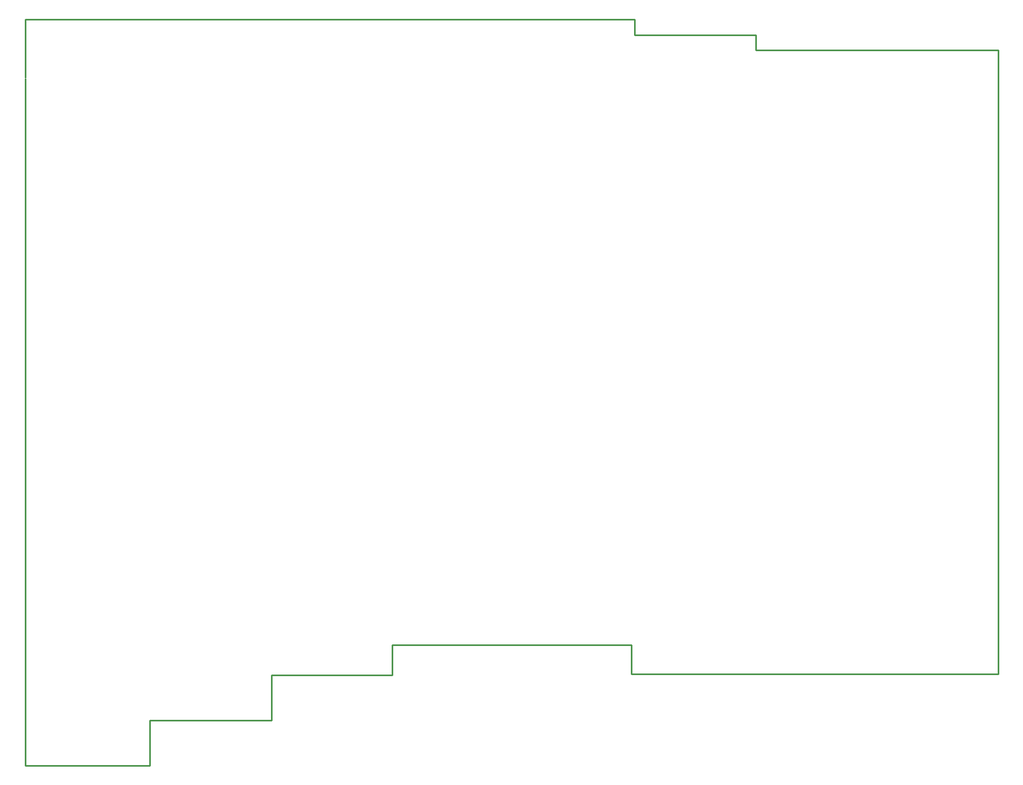
<source format=gko>
G04 Layer: BoardOutline*
G04 EasyEDA v6.4.20.2, 2021-06-30T10:48:07+02:00*
G04 d10c3ea4707d49af85f46b29c2d7dc23,563db0ff5b334ec4995e7372edb549dc,10*
G04 Gerber Generator version 0.2*
G04 Scale: 100 percent, Rotated: No, Reflected: No *
G04 Dimensions in millimeters *
G04 leading zeros omitted , absolute positions ,4 integer and 5 decimal *
%FSLAX45Y45*%
%MOMM*%

%ADD10C,0.2540*%
D10*
X190500Y5219700D02*
G01*
X190500Y5219700D01*
X215645Y5219700D01*
X215645Y5219700D01*
X2146300Y5219700D01*
X2146300Y5930900D01*
X4064000Y5930900D01*
X4064000Y6642100D01*
X5956300Y6642100D01*
X5956300Y7112000D01*
X9715500Y7112000D01*
X9715500Y6654800D01*
X10729213Y6654800D01*
X13550900Y6654800D01*
X15481300Y6654800D01*
X15481300Y16459200D01*
X14541500Y16459200D01*
X13627100Y16459200D01*
X11671300Y16459200D01*
X11671300Y16573500D01*
X11671300Y16700500D01*
X9766300Y16700500D01*
X9766300Y16941800D01*
X5162804Y16941800D01*
X228600Y16941800D01*
X203200Y16941800D01*
X190500Y16012921D02*
G01*
X190500Y15969487D01*
X190500Y5221478D01*
X190500Y16027400D02*
G01*
X190500Y16192500D01*
X190500Y16916400D01*
X190500Y16916400D01*
X190500Y16925798D01*
X190500Y16941800D01*
X228600Y16941800D01*
X228600Y16941800D01*

%LPD*%
M02*

</source>
